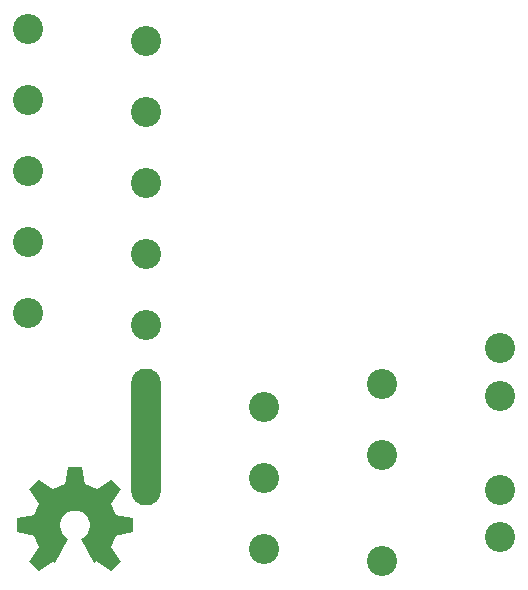
<source format=gts>
G04 (created by PCBNEW (2013-mar-13)-testing) date Mon 01 Jul 2013 17:25:34 WST*
%MOIN*%
G04 Gerber Fmt 3.4, Leading zero omitted, Abs format*
%FSLAX34Y34*%
G01*
G70*
G90*
G04 APERTURE LIST*
%ADD10C,0.006000*%
%ADD11C,0.100394*%
%ADD12O,0.100394X0.456693*%
G04 APERTURE END LIST*
G54D10*
G54D11*
X40157Y-40157D03*
X44094Y-40551D03*
X40157Y-44881D03*
X44094Y-45275D03*
X40157Y-49606D03*
X44094Y-50000D03*
X40157Y-42519D03*
X44094Y-42913D03*
X40157Y-47244D03*
X44094Y-47637D03*
X51968Y-57874D03*
X48031Y-52755D03*
X48031Y-55118D03*
X48031Y-57480D03*
X55905Y-57086D03*
X55905Y-55511D03*
X55905Y-50787D03*
X51968Y-54330D03*
X51968Y-51968D03*
X55905Y-52362D03*
G54D10*
G36*
X41964Y-54757D02*
X42074Y-55347D01*
X41390Y-55347D01*
X41500Y-54757D01*
X41964Y-54757D01*
X41964Y-54757D01*
G37*
G36*
X43263Y-55489D02*
X42924Y-55984D01*
X42440Y-55500D01*
X42935Y-55161D01*
X43263Y-55489D01*
X43263Y-55489D01*
G37*
G36*
X43667Y-56924D02*
X43077Y-57034D01*
X43077Y-56350D01*
X43667Y-56460D01*
X43667Y-56924D01*
X43667Y-56924D01*
G37*
G36*
X42935Y-58224D02*
X42440Y-57885D01*
X42924Y-57401D01*
X43263Y-57896D01*
X42935Y-58224D01*
X42935Y-58224D01*
G37*
G36*
X40528Y-55161D02*
X41023Y-55500D01*
X40540Y-55984D01*
X40200Y-55489D01*
X40528Y-55161D01*
X40528Y-55161D01*
G37*
G36*
X39797Y-56460D02*
X40387Y-56350D01*
X40387Y-57034D01*
X39797Y-56924D01*
X39797Y-56460D01*
X39797Y-56460D01*
G37*
G36*
X40200Y-57896D02*
X40540Y-57401D01*
X41023Y-57885D01*
X40528Y-58224D01*
X40200Y-57896D01*
X40200Y-57896D01*
G37*
G36*
X42026Y-55298D02*
X41863Y-56200D01*
X41600Y-56200D01*
X41437Y-55298D01*
X42026Y-55298D01*
X42026Y-55298D01*
G37*
G36*
X41471Y-55292D02*
X41666Y-56188D01*
X41423Y-56288D01*
X40927Y-55517D01*
X41471Y-55292D01*
X41471Y-55292D01*
G37*
G36*
X42536Y-55517D02*
X42041Y-56288D01*
X41798Y-56188D01*
X41992Y-55292D01*
X42536Y-55517D01*
X42536Y-55517D01*
G37*
G36*
X42925Y-55916D02*
X42172Y-56438D01*
X41986Y-56252D01*
X42508Y-55499D01*
X42925Y-55916D01*
X42925Y-55916D01*
G37*
G36*
X40955Y-55499D02*
X41478Y-56252D01*
X41292Y-56438D01*
X40539Y-55916D01*
X40955Y-55499D01*
X40955Y-55499D01*
G37*
G36*
X43132Y-56432D02*
X42236Y-56626D01*
X42136Y-56384D01*
X42907Y-55888D01*
X43132Y-56432D01*
X43132Y-56432D01*
G37*
G36*
X40557Y-55888D02*
X41328Y-56384D01*
X41227Y-56626D01*
X40331Y-56432D01*
X40557Y-55888D01*
X40557Y-55888D01*
G37*
G36*
X43126Y-56987D02*
X42224Y-56824D01*
X42224Y-56561D01*
X43126Y-56398D01*
X43126Y-56987D01*
X43126Y-56987D01*
G37*
G36*
X40338Y-56398D02*
X41240Y-56561D01*
X41240Y-56824D01*
X40338Y-56987D01*
X40338Y-56398D01*
X40338Y-56398D01*
G37*
G36*
X40331Y-56953D02*
X41227Y-56758D01*
X41328Y-57001D01*
X40557Y-57497D01*
X40331Y-56953D01*
X40331Y-56953D01*
G37*
G36*
X42907Y-57497D02*
X42136Y-57001D01*
X42236Y-56758D01*
X43132Y-56953D01*
X42907Y-57497D01*
X42907Y-57497D01*
G37*
G36*
X42508Y-57886D02*
X41986Y-57132D01*
X42172Y-56947D01*
X42925Y-57469D01*
X42508Y-57886D01*
X42508Y-57886D01*
G37*
G36*
X40539Y-57469D02*
X41292Y-56947D01*
X41478Y-57132D01*
X40955Y-57886D01*
X40539Y-57469D01*
X40539Y-57469D01*
G37*
G36*
X40836Y-57770D02*
X41405Y-57065D01*
X41514Y-57138D01*
X41081Y-57933D01*
X40836Y-57770D01*
X40836Y-57770D01*
G37*
G36*
X42382Y-57933D02*
X41950Y-57138D01*
X42059Y-57065D01*
X42628Y-57770D01*
X42382Y-57933D01*
X42382Y-57933D01*
G37*
G54D12*
X44094Y-53740D03*
M02*

</source>
